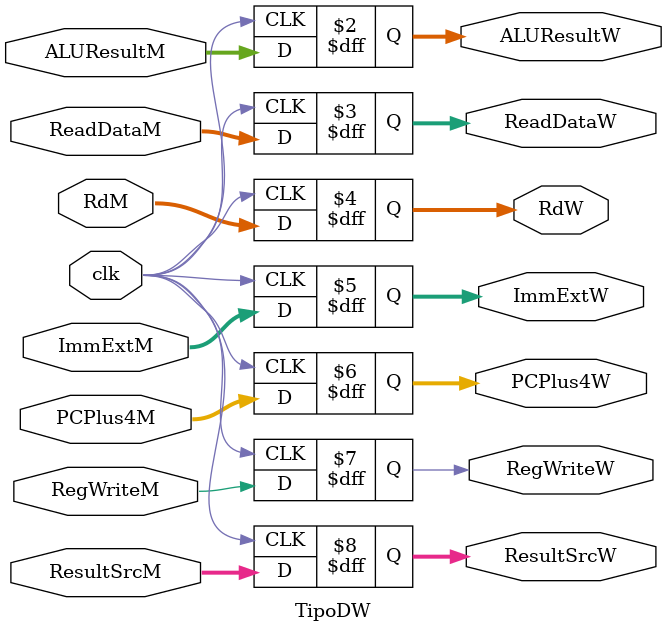
<source format=v>
`timescale 1ns / 1ps
module TipoDW(
 input  clk,
 input [31:0]ALUResultM,
 input [31:0]ReadDataM,
 input [4:0]RdM,
 input [31:0]ImmExtM,
 input [4:0]PCPlus4M,
 
 input RegWriteM,
 input [1:0]ResultSrcM,

 
 output reg [31:0]ALUResultW,
 output reg [31:0]ReadDataW,
 output reg [4:0]RdW,
 output reg [31:0]ImmExtW,
 output reg [4:0]PCPlus4W,
 
 output reg RegWriteW,
 output reg [1:0]ResultSrcW
 );
 
//Falta la lógica de FlushD

always @(posedge clk) begin
 RegWriteW <= RegWriteM;
 ResultSrcW <= ResultSrcM;
 ALUResultW <= ALUResultM;
 ReadDataW <= ReadDataM;
 RdW <= RdM;
 ImmExtW <= ImmExtM;
 PCPlus4W <= PCPlus4M;
end


endmodule

</source>
